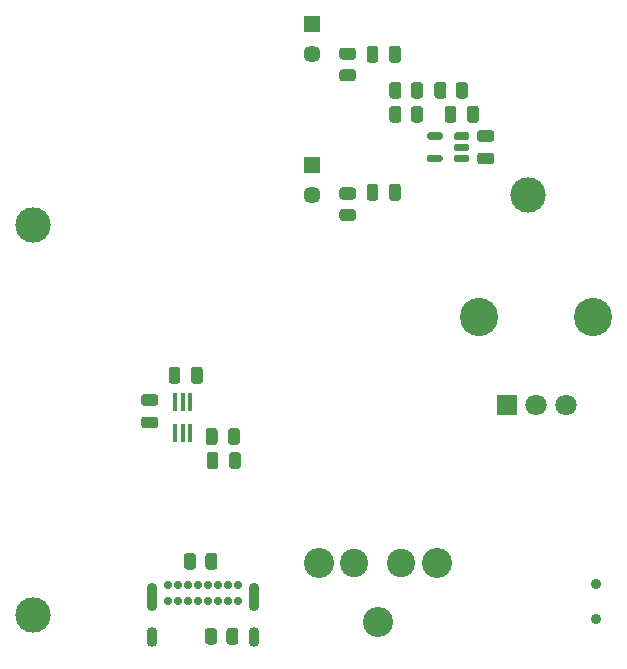
<source format=gbr>
G04 #@! TF.GenerationSoftware,KiCad,Pcbnew,(5.1.10)-1*
G04 #@! TF.CreationDate,2022-06-20T16:08:07+02:00*
G04 #@! TF.ProjectId,Project_Gmic,50726f6a-6563-4745-9f47-6d69632e6b69,V1.0*
G04 #@! TF.SameCoordinates,PX2e063a0PY928d170*
G04 #@! TF.FileFunction,Soldermask,Bot*
G04 #@! TF.FilePolarity,Negative*
%FSLAX46Y46*%
G04 Gerber Fmt 4.6, Leading zero omitted, Abs format (unit mm)*
G04 Created by KiCad (PCBNEW (5.1.10)-1) date 2022-06-20 16:08:07*
%MOMM*%
%LPD*%
G01*
G04 APERTURE LIST*
%ADD10C,0.700000*%
%ADD11O,0.900000X2.400000*%
%ADD12O,0.900000X1.700000*%
%ADD13C,2.550000*%
%ADD14C,2.400000*%
%ADD15R,1.446000X1.446000*%
%ADD16C,1.446000*%
%ADD17C,0.900000*%
%ADD18R,1.800000X1.800000*%
%ADD19C,1.800000*%
%ADD20C,3.240000*%
%ADD21C,3.000000*%
%ADD22R,0.400000X1.500000*%
G04 APERTURE END LIST*
G36*
G01*
X35618000Y54323000D02*
X35618000Y53373000D01*
G75*
G02*
X35368000Y53123000I-250000J0D01*
G01*
X34868000Y53123000D01*
G75*
G02*
X34618000Y53373000I0J250000D01*
G01*
X34618000Y54323000D01*
G75*
G02*
X34868000Y54573000I250000J0D01*
G01*
X35368000Y54573000D01*
G75*
G02*
X35618000Y54323000I0J-250000D01*
G01*
G37*
G36*
G01*
X37518000Y54323000D02*
X37518000Y53373000D01*
G75*
G02*
X37268000Y53123000I-250000J0D01*
G01*
X36768000Y53123000D01*
G75*
G02*
X36518000Y53373000I0J250000D01*
G01*
X36518000Y54323000D01*
G75*
G02*
X36768000Y54573000I250000J0D01*
G01*
X37268000Y54573000D01*
G75*
G02*
X37518000Y54323000I0J-250000D01*
G01*
G37*
G36*
G01*
X37518000Y42639000D02*
X37518000Y41689000D01*
G75*
G02*
X37268000Y41439000I-250000J0D01*
G01*
X36768000Y41439000D01*
G75*
G02*
X36518000Y41689000I0J250000D01*
G01*
X36518000Y42639000D01*
G75*
G02*
X36768000Y42889000I250000J0D01*
G01*
X37268000Y42889000D01*
G75*
G02*
X37518000Y42639000I0J-250000D01*
G01*
G37*
G36*
G01*
X35618000Y42639000D02*
X35618000Y41689000D01*
G75*
G02*
X35368000Y41439000I-250000J0D01*
G01*
X34868000Y41439000D01*
G75*
G02*
X34618000Y41689000I0J250000D01*
G01*
X34618000Y42639000D01*
G75*
G02*
X34868000Y42889000I250000J0D01*
G01*
X35368000Y42889000D01*
G75*
G02*
X35618000Y42639000I0J-250000D01*
G01*
G37*
G36*
G01*
X22072140Y19926320D02*
X22072140Y18976320D01*
G75*
G02*
X21822140Y18726320I-250000J0D01*
G01*
X21322140Y18726320D01*
G75*
G02*
X21072140Y18976320I0J250000D01*
G01*
X21072140Y19926320D01*
G75*
G02*
X21322140Y20176320I250000J0D01*
G01*
X21822140Y20176320D01*
G75*
G02*
X22072140Y19926320I0J-250000D01*
G01*
G37*
G36*
G01*
X23972140Y19926320D02*
X23972140Y18976320D01*
G75*
G02*
X23722140Y18726320I-250000J0D01*
G01*
X23222140Y18726320D01*
G75*
G02*
X22972140Y18976320I0J250000D01*
G01*
X22972140Y19926320D01*
G75*
G02*
X23222140Y20176320I250000J0D01*
G01*
X23722140Y20176320D01*
G75*
G02*
X23972140Y19926320I0J-250000D01*
G01*
G37*
G36*
G01*
X41222000Y48293000D02*
X41222000Y49243000D01*
G75*
G02*
X41472000Y49493000I250000J0D01*
G01*
X41972000Y49493000D01*
G75*
G02*
X42222000Y49243000I0J-250000D01*
G01*
X42222000Y48293000D01*
G75*
G02*
X41972000Y48043000I-250000J0D01*
G01*
X41472000Y48043000D01*
G75*
G02*
X41222000Y48293000I0J250000D01*
G01*
G37*
G36*
G01*
X43122000Y48293000D02*
X43122000Y49243000D01*
G75*
G02*
X43372000Y49493000I250000J0D01*
G01*
X43872000Y49493000D01*
G75*
G02*
X44122000Y49243000I0J-250000D01*
G01*
X44122000Y48293000D01*
G75*
G02*
X43872000Y48043000I-250000J0D01*
G01*
X43372000Y48043000D01*
G75*
G02*
X43122000Y48293000I0J250000D01*
G01*
G37*
G36*
G01*
X45179000Y44524000D02*
X44229000Y44524000D01*
G75*
G02*
X43979000Y44774000I0J250000D01*
G01*
X43979000Y45274000D01*
G75*
G02*
X44229000Y45524000I250000J0D01*
G01*
X45179000Y45524000D01*
G75*
G02*
X45429000Y45274000I0J-250000D01*
G01*
X45429000Y44774000D01*
G75*
G02*
X45179000Y44524000I-250000J0D01*
G01*
G37*
G36*
G01*
X45179000Y46424000D02*
X44229000Y46424000D01*
G75*
G02*
X43979000Y46674000I0J250000D01*
G01*
X43979000Y47174000D01*
G75*
G02*
X44229000Y47424000I250000J0D01*
G01*
X45179000Y47424000D01*
G75*
G02*
X45429000Y47174000I0J-250000D01*
G01*
X45429000Y46674000D01*
G75*
G02*
X45179000Y46424000I-250000J0D01*
G01*
G37*
D10*
X17780000Y8890000D03*
X18630000Y8890000D03*
X19480000Y8890000D03*
X20330000Y8890000D03*
X21180000Y8890000D03*
X22030000Y8890000D03*
X22880000Y8890000D03*
X23730000Y8890000D03*
X18630000Y7540000D03*
X20330000Y7540000D03*
X19480000Y7540000D03*
X17780000Y7540000D03*
X22030000Y7540000D03*
X22880000Y7540000D03*
X23730000Y7540000D03*
X21180000Y7540000D03*
D11*
X16430000Y7910000D03*
X25080000Y7910000D03*
D12*
X16430000Y4530000D03*
X25080000Y4530000D03*
D13*
X35560000Y5770000D03*
X40560000Y10770000D03*
X30560000Y10770000D03*
D14*
X37560000Y10770000D03*
X33560000Y10770000D03*
D15*
X29972000Y56388000D03*
D16*
X29972000Y53848000D03*
X29972000Y41910000D03*
D15*
X29972000Y44450000D03*
G36*
G01*
X33470001Y53382500D02*
X32569999Y53382500D01*
G75*
G02*
X32320000Y53632499I0J249999D01*
G01*
X32320000Y54157501D01*
G75*
G02*
X32569999Y54407500I249999J0D01*
G01*
X33470001Y54407500D01*
G75*
G02*
X33720000Y54157501I0J-249999D01*
G01*
X33720000Y53632499D01*
G75*
G02*
X33470001Y53382500I-249999J0D01*
G01*
G37*
G36*
G01*
X33470001Y51557500D02*
X32569999Y51557500D01*
G75*
G02*
X32320000Y51807499I0J249999D01*
G01*
X32320000Y52332501D01*
G75*
G02*
X32569999Y52582500I249999J0D01*
G01*
X33470001Y52582500D01*
G75*
G02*
X33720000Y52332501I0J-249999D01*
G01*
X33720000Y51807499D01*
G75*
G02*
X33470001Y51557500I-249999J0D01*
G01*
G37*
G36*
G01*
X33470001Y39723000D02*
X32569999Y39723000D01*
G75*
G02*
X32320000Y39972999I0J249999D01*
G01*
X32320000Y40498001D01*
G75*
G02*
X32569999Y40748000I249999J0D01*
G01*
X33470001Y40748000D01*
G75*
G02*
X33720000Y40498001I0J-249999D01*
G01*
X33720000Y39972999D01*
G75*
G02*
X33470001Y39723000I-249999J0D01*
G01*
G37*
G36*
G01*
X33470001Y41548000D02*
X32569999Y41548000D01*
G75*
G02*
X32320000Y41797999I0J249999D01*
G01*
X32320000Y42323001D01*
G75*
G02*
X32569999Y42573000I249999J0D01*
G01*
X33470001Y42573000D01*
G75*
G02*
X33720000Y42323001I0J-249999D01*
G01*
X33720000Y41797999D01*
G75*
G02*
X33470001Y41548000I-249999J0D01*
G01*
G37*
G36*
G01*
X22752000Y4121999D02*
X22752000Y5022001D01*
G75*
G02*
X23001999Y5272000I249999J0D01*
G01*
X23527001Y5272000D01*
G75*
G02*
X23777000Y5022001I0J-249999D01*
G01*
X23777000Y4121999D01*
G75*
G02*
X23527001Y3872000I-249999J0D01*
G01*
X23001999Y3872000D01*
G75*
G02*
X22752000Y4121999I0J249999D01*
G01*
G37*
G36*
G01*
X20927000Y4121999D02*
X20927000Y5022001D01*
G75*
G02*
X21176999Y5272000I249999J0D01*
G01*
X21702001Y5272000D01*
G75*
G02*
X21952000Y5022001I0J-249999D01*
G01*
X21952000Y4121999D01*
G75*
G02*
X21702001Y3872000I-249999J0D01*
G01*
X21176999Y3872000D01*
G75*
G02*
X20927000Y4121999I0J249999D01*
G01*
G37*
G36*
G01*
X19149000Y10471999D02*
X19149000Y11372001D01*
G75*
G02*
X19398999Y11622000I249999J0D01*
G01*
X19924001Y11622000D01*
G75*
G02*
X20174000Y11372001I0J-249999D01*
G01*
X20174000Y10471999D01*
G75*
G02*
X19924001Y10222000I-249999J0D01*
G01*
X19398999Y10222000D01*
G75*
G02*
X19149000Y10471999I0J249999D01*
G01*
G37*
G36*
G01*
X20974000Y10471999D02*
X20974000Y11372001D01*
G75*
G02*
X21223999Y11622000I249999J0D01*
G01*
X21749001Y11622000D01*
G75*
G02*
X21999000Y11372001I0J-249999D01*
G01*
X21999000Y10471999D01*
G75*
G02*
X21749001Y10222000I-249999J0D01*
G01*
X21223999Y10222000D01*
G75*
G02*
X20974000Y10471999I0J249999D01*
G01*
G37*
G36*
G01*
X39398000Y51250001D02*
X39398000Y50349999D01*
G75*
G02*
X39148001Y50100000I-249999J0D01*
G01*
X38622999Y50100000D01*
G75*
G02*
X38373000Y50349999I0J249999D01*
G01*
X38373000Y51250001D01*
G75*
G02*
X38622999Y51500000I249999J0D01*
G01*
X39148001Y51500000D01*
G75*
G02*
X39398000Y51250001I0J-249999D01*
G01*
G37*
G36*
G01*
X37573000Y51250001D02*
X37573000Y50349999D01*
G75*
G02*
X37323001Y50100000I-249999J0D01*
G01*
X36797999Y50100000D01*
G75*
G02*
X36548000Y50349999I0J249999D01*
G01*
X36548000Y51250001D01*
G75*
G02*
X36797999Y51500000I249999J0D01*
G01*
X37323001Y51500000D01*
G75*
G02*
X37573000Y51250001I0J-249999D01*
G01*
G37*
G36*
G01*
X37573000Y49218001D02*
X37573000Y48317999D01*
G75*
G02*
X37323001Y48068000I-249999J0D01*
G01*
X36797999Y48068000D01*
G75*
G02*
X36548000Y48317999I0J249999D01*
G01*
X36548000Y49218001D01*
G75*
G02*
X36797999Y49468000I249999J0D01*
G01*
X37323001Y49468000D01*
G75*
G02*
X37573000Y49218001I0J-249999D01*
G01*
G37*
G36*
G01*
X39398000Y49218001D02*
X39398000Y48317999D01*
G75*
G02*
X39148001Y48068000I-249999J0D01*
G01*
X38622999Y48068000D01*
G75*
G02*
X38373000Y48317999I0J249999D01*
G01*
X38373000Y49218001D01*
G75*
G02*
X38622999Y49468000I249999J0D01*
G01*
X39148001Y49468000D01*
G75*
G02*
X39398000Y49218001I0J-249999D01*
G01*
G37*
G36*
G01*
X43208000Y51250001D02*
X43208000Y50349999D01*
G75*
G02*
X42958001Y50100000I-249999J0D01*
G01*
X42432999Y50100000D01*
G75*
G02*
X42183000Y50349999I0J249999D01*
G01*
X42183000Y51250001D01*
G75*
G02*
X42432999Y51500000I249999J0D01*
G01*
X42958001Y51500000D01*
G75*
G02*
X43208000Y51250001I0J-249999D01*
G01*
G37*
G36*
G01*
X41383000Y51250001D02*
X41383000Y50349999D01*
G75*
G02*
X41133001Y50100000I-249999J0D01*
G01*
X40607999Y50100000D01*
G75*
G02*
X40358000Y50349999I0J249999D01*
G01*
X40358000Y51250001D01*
G75*
G02*
X40607999Y51500000I249999J0D01*
G01*
X41133001Y51500000D01*
G75*
G02*
X41383000Y51250001I0J-249999D01*
G01*
G37*
D17*
X54051000Y5993000D03*
X54051000Y8993000D03*
G36*
G01*
X43329000Y47074000D02*
X43329000Y46774000D01*
G75*
G02*
X43179000Y46624000I-150000J0D01*
G01*
X42154000Y46624000D01*
G75*
G02*
X42004000Y46774000I0J150000D01*
G01*
X42004000Y47074000D01*
G75*
G02*
X42154000Y47224000I150000J0D01*
G01*
X43179000Y47224000D01*
G75*
G02*
X43329000Y47074000I0J-150000D01*
G01*
G37*
G36*
G01*
X43329000Y46124000D02*
X43329000Y45824000D01*
G75*
G02*
X43179000Y45674000I-150000J0D01*
G01*
X42154000Y45674000D01*
G75*
G02*
X42004000Y45824000I0J150000D01*
G01*
X42004000Y46124000D01*
G75*
G02*
X42154000Y46274000I150000J0D01*
G01*
X43179000Y46274000D01*
G75*
G02*
X43329000Y46124000I0J-150000D01*
G01*
G37*
G36*
G01*
X43329000Y45174000D02*
X43329000Y44874000D01*
G75*
G02*
X43179000Y44724000I-150000J0D01*
G01*
X42154000Y44724000D01*
G75*
G02*
X42004000Y44874000I0J150000D01*
G01*
X42004000Y45174000D01*
G75*
G02*
X42154000Y45324000I150000J0D01*
G01*
X43179000Y45324000D01*
G75*
G02*
X43329000Y45174000I0J-150000D01*
G01*
G37*
G36*
G01*
X41054000Y45174000D02*
X41054000Y44874000D01*
G75*
G02*
X40904000Y44724000I-150000J0D01*
G01*
X39879000Y44724000D01*
G75*
G02*
X39729000Y44874000I0J150000D01*
G01*
X39729000Y45174000D01*
G75*
G02*
X39879000Y45324000I150000J0D01*
G01*
X40904000Y45324000D01*
G75*
G02*
X41054000Y45174000I0J-150000D01*
G01*
G37*
G36*
G01*
X41054000Y47074000D02*
X41054000Y46774000D01*
G75*
G02*
X40904000Y46624000I-150000J0D01*
G01*
X39879000Y46624000D01*
G75*
G02*
X39729000Y46774000I0J150000D01*
G01*
X39729000Y47074000D01*
G75*
G02*
X39879000Y47224000I150000J0D01*
G01*
X40904000Y47224000D01*
G75*
G02*
X41054000Y47074000I0J-150000D01*
G01*
G37*
G36*
G01*
X23906140Y21958320D02*
X23906140Y21008320D01*
G75*
G02*
X23656140Y20758320I-250000J0D01*
G01*
X23156140Y20758320D01*
G75*
G02*
X22906140Y21008320I0J250000D01*
G01*
X22906140Y21958320D01*
G75*
G02*
X23156140Y22208320I250000J0D01*
G01*
X23656140Y22208320D01*
G75*
G02*
X23906140Y21958320I0J-250000D01*
G01*
G37*
G36*
G01*
X22006140Y21958320D02*
X22006140Y21008320D01*
G75*
G02*
X21756140Y20758320I-250000J0D01*
G01*
X21256140Y20758320D01*
G75*
G02*
X21006140Y21008320I0J250000D01*
G01*
X21006140Y21958320D01*
G75*
G02*
X21256140Y22208320I250000J0D01*
G01*
X21756140Y22208320D01*
G75*
G02*
X22006140Y21958320I0J-250000D01*
G01*
G37*
G36*
G01*
X18854000Y27145000D02*
X18854000Y26195000D01*
G75*
G02*
X18604000Y25945000I-250000J0D01*
G01*
X18104000Y25945000D01*
G75*
G02*
X17854000Y26195000I0J250000D01*
G01*
X17854000Y27145000D01*
G75*
G02*
X18104000Y27395000I250000J0D01*
G01*
X18604000Y27395000D01*
G75*
G02*
X18854000Y27145000I0J-250000D01*
G01*
G37*
G36*
G01*
X20754000Y27145000D02*
X20754000Y26195000D01*
G75*
G02*
X20504000Y25945000I-250000J0D01*
G01*
X20004000Y25945000D01*
G75*
G02*
X19754000Y26195000I0J250000D01*
G01*
X19754000Y27145000D01*
G75*
G02*
X20004000Y27395000I250000J0D01*
G01*
X20504000Y27395000D01*
G75*
G02*
X20754000Y27145000I0J-250000D01*
G01*
G37*
G36*
G01*
X15781000Y25072000D02*
X16731000Y25072000D01*
G75*
G02*
X16981000Y24822000I0J-250000D01*
G01*
X16981000Y24322000D01*
G75*
G02*
X16731000Y24072000I-250000J0D01*
G01*
X15781000Y24072000D01*
G75*
G02*
X15531000Y24322000I0J250000D01*
G01*
X15531000Y24822000D01*
G75*
G02*
X15781000Y25072000I250000J0D01*
G01*
G37*
G36*
G01*
X15781000Y23172000D02*
X16731000Y23172000D01*
G75*
G02*
X16981000Y22922000I0J-250000D01*
G01*
X16981000Y22422000D01*
G75*
G02*
X16731000Y22172000I-250000J0D01*
G01*
X15781000Y22172000D01*
G75*
G02*
X15531000Y22422000I0J250000D01*
G01*
X15531000Y22922000D01*
G75*
G02*
X15781000Y23172000I250000J0D01*
G01*
G37*
D18*
X46482000Y24130000D03*
D19*
X48982000Y24130000D03*
X51482000Y24130000D03*
D20*
X53782000Y31630000D03*
X44182000Y31630000D03*
D21*
X6350000Y6350000D03*
X6350000Y39370000D03*
X48260000Y41910000D03*
D22*
X19710000Y21784000D03*
X19060000Y21784000D03*
X18410000Y21784000D03*
X18410000Y24444000D03*
X19060000Y24444000D03*
X19710000Y24444000D03*
M02*

</source>
